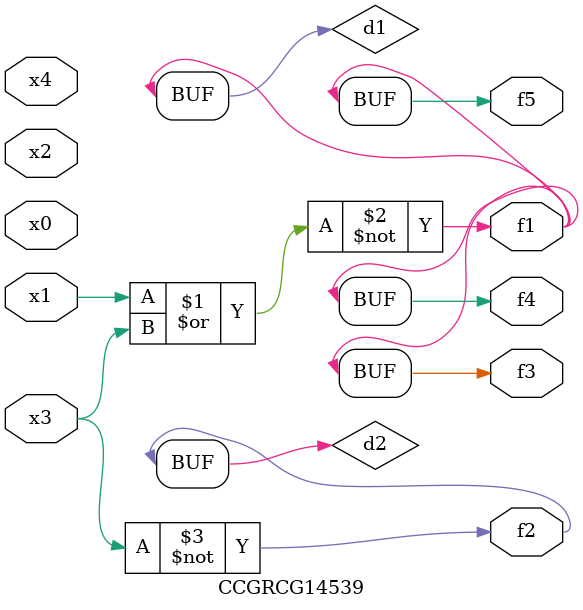
<source format=v>
module CCGRCG14539(
	input x0, x1, x2, x3, x4,
	output f1, f2, f3, f4, f5
);

	wire d1, d2;

	nor (d1, x1, x3);
	not (d2, x3);
	assign f1 = d1;
	assign f2 = d2;
	assign f3 = d1;
	assign f4 = d1;
	assign f5 = d1;
endmodule

</source>
